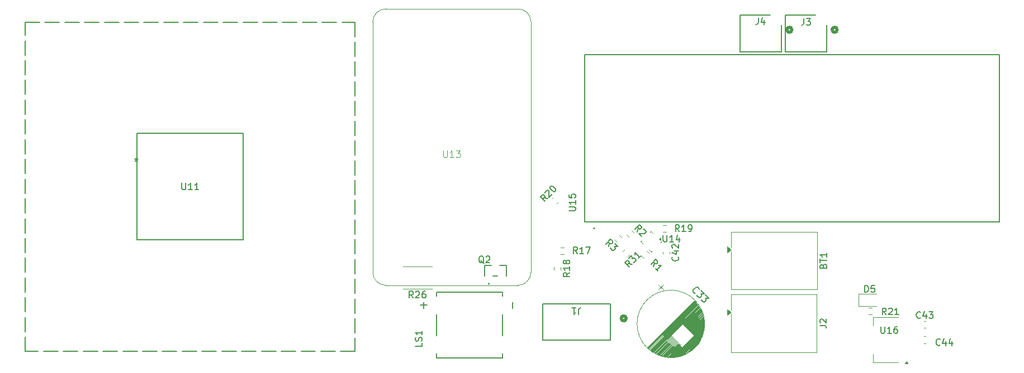
<source format=gto>
%TF.GenerationSoftware,KiCad,Pcbnew,9.0.5*%
%TF.CreationDate,2026-01-21T19:05:33-06:00*%
%TF.ProjectId,Elysium_2026_ACB,456c7973-6975-46d5-9f32-3032365f4143,rev?*%
%TF.SameCoordinates,Original*%
%TF.FileFunction,Legend,Top*%
%TF.FilePolarity,Positive*%
%FSLAX46Y46*%
G04 Gerber Fmt 4.6, Leading zero omitted, Abs format (unit mm)*
G04 Created by KiCad (PCBNEW 9.0.5) date 2026-01-21 19:05:33*
%MOMM*%
%LPD*%
G01*
G04 APERTURE LIST*
%ADD10C,0.200000*%
%ADD11C,0.150000*%
%ADD12C,0.100000*%
%ADD13C,0.127000*%
%ADD14C,0.152400*%
%ADD15C,0.120000*%
%ADD16C,0.050000*%
%ADD17C,0.508000*%
G04 APERTURE END LIST*
D10*
X61250000Y-52500000D02*
X63450000Y-52500000D01*
X64250000Y-52500000D02*
X66450000Y-52500000D01*
X67250000Y-52500000D02*
X69450000Y-52500000D01*
X70250000Y-52500000D02*
X72450000Y-52500000D01*
X73250000Y-52500000D02*
X75450000Y-52500000D01*
X76250000Y-52500000D02*
X78450000Y-52500000D01*
X79250000Y-52500000D02*
X81450000Y-52500000D01*
X82250000Y-52500000D02*
X84450000Y-52500000D01*
X85250000Y-52500000D02*
X87450000Y-52500000D01*
X88250000Y-52500000D02*
X90450000Y-52500000D01*
X91250000Y-52500000D02*
X93450000Y-52500000D01*
X94250000Y-52500000D02*
X96450000Y-52500000D01*
X97250000Y-52500000D02*
X99450000Y-52500000D01*
X100250000Y-52500000D02*
X102450000Y-52500000D01*
X103250000Y-52500000D02*
X105450000Y-52500000D01*
X106250000Y-52500000D02*
X108450000Y-52500000D01*
X109250000Y-52500000D02*
X111250000Y-52500000D01*
X111250000Y-52500000D02*
X111250000Y-54700000D01*
X111250000Y-55500000D02*
X111250000Y-57700000D01*
X111250000Y-58500000D02*
X111250000Y-60700000D01*
X111250000Y-61500000D02*
X111250000Y-63700000D01*
X111250000Y-64500000D02*
X111250000Y-66700000D01*
X111250000Y-67500000D02*
X111250000Y-69700000D01*
X111250000Y-70500000D02*
X111250000Y-72700000D01*
X111250000Y-73500000D02*
X111250000Y-75700000D01*
X111250000Y-76500000D02*
X111250000Y-78700000D01*
X111250000Y-79500000D02*
X111250000Y-81700000D01*
X111250000Y-82500000D02*
X111250000Y-84700000D01*
X111250000Y-85500000D02*
X111250000Y-87700000D01*
X111250000Y-88500000D02*
X111250000Y-90700000D01*
X111250000Y-91500000D02*
X111250000Y-93700000D01*
X111250000Y-94500000D02*
X111250000Y-96700000D01*
X111250000Y-97500000D02*
X111250000Y-99700000D01*
X111250000Y-100500000D02*
X111250000Y-102500000D01*
X111250000Y-102500000D02*
X109050000Y-102500000D01*
X108250000Y-102500000D02*
X106050000Y-102500000D01*
X105250000Y-102500000D02*
X103050000Y-102500000D01*
X102250000Y-102500000D02*
X100050000Y-102500000D01*
X99250000Y-102500000D02*
X97050000Y-102500000D01*
X96250000Y-102500000D02*
X94050000Y-102500000D01*
X93250000Y-102500000D02*
X91050000Y-102500000D01*
X90250000Y-102500000D02*
X88050000Y-102500000D01*
X87250000Y-102500000D02*
X85050000Y-102500000D01*
X84250000Y-102500000D02*
X82050000Y-102500000D01*
X81250000Y-102500000D02*
X79050000Y-102500000D01*
X78250000Y-102500000D02*
X76050000Y-102500000D01*
X75250000Y-102500000D02*
X73050000Y-102500000D01*
X72250000Y-102500000D02*
X70050000Y-102500000D01*
X69250000Y-102500000D02*
X67050000Y-102500000D01*
X66250000Y-102500000D02*
X64050000Y-102500000D01*
X63250000Y-102500000D02*
X61250000Y-102500000D01*
X61250000Y-102500000D02*
X61250000Y-100300000D01*
X61250000Y-99500000D02*
X61250000Y-97300000D01*
X61250000Y-96500000D02*
X61250000Y-94300000D01*
X61250000Y-93500000D02*
X61250000Y-91300000D01*
X61250000Y-90500000D02*
X61250000Y-88300000D01*
X61250000Y-87500000D02*
X61250000Y-85300000D01*
X61250000Y-84500000D02*
X61250000Y-82300000D01*
X61250000Y-81500000D02*
X61250000Y-79300000D01*
X61250000Y-78500000D02*
X61250000Y-76300000D01*
X61250000Y-75500000D02*
X61250000Y-73300000D01*
X61250000Y-72500000D02*
X61250000Y-70300000D01*
X61250000Y-69500000D02*
X61250000Y-67300000D01*
X61250000Y-66500000D02*
X61250000Y-64300000D01*
X61250000Y-63500000D02*
X61250000Y-61300000D01*
X61250000Y-60500000D02*
X61250000Y-58300000D01*
X61250000Y-57500000D02*
X61250000Y-55300000D01*
X61250000Y-54500000D02*
X61250000Y-52500000D01*
D11*
X121369819Y-101217857D02*
X121369819Y-101694047D01*
X121369819Y-101694047D02*
X120369819Y-101694047D01*
X121322200Y-100932142D02*
X121369819Y-100789285D01*
X121369819Y-100789285D02*
X121369819Y-100551190D01*
X121369819Y-100551190D02*
X121322200Y-100455952D01*
X121322200Y-100455952D02*
X121274580Y-100408333D01*
X121274580Y-100408333D02*
X121179342Y-100360714D01*
X121179342Y-100360714D02*
X121084104Y-100360714D01*
X121084104Y-100360714D02*
X120988866Y-100408333D01*
X120988866Y-100408333D02*
X120941247Y-100455952D01*
X120941247Y-100455952D02*
X120893628Y-100551190D01*
X120893628Y-100551190D02*
X120846009Y-100741666D01*
X120846009Y-100741666D02*
X120798390Y-100836904D01*
X120798390Y-100836904D02*
X120750771Y-100884523D01*
X120750771Y-100884523D02*
X120655533Y-100932142D01*
X120655533Y-100932142D02*
X120560295Y-100932142D01*
X120560295Y-100932142D02*
X120465057Y-100884523D01*
X120465057Y-100884523D02*
X120417438Y-100836904D01*
X120417438Y-100836904D02*
X120369819Y-100741666D01*
X120369819Y-100741666D02*
X120369819Y-100503571D01*
X120369819Y-100503571D02*
X120417438Y-100360714D01*
X121369819Y-99408333D02*
X121369819Y-99979761D01*
X121369819Y-99694047D02*
X120369819Y-99694047D01*
X120369819Y-99694047D02*
X120512676Y-99789285D01*
X120512676Y-99789285D02*
X120607914Y-99884523D01*
X120607914Y-99884523D02*
X120655533Y-99979761D01*
X85011905Y-76954819D02*
X85011905Y-77764342D01*
X85011905Y-77764342D02*
X85059524Y-77859580D01*
X85059524Y-77859580D02*
X85107143Y-77907200D01*
X85107143Y-77907200D02*
X85202381Y-77954819D01*
X85202381Y-77954819D02*
X85392857Y-77954819D01*
X85392857Y-77954819D02*
X85488095Y-77907200D01*
X85488095Y-77907200D02*
X85535714Y-77859580D01*
X85535714Y-77859580D02*
X85583333Y-77764342D01*
X85583333Y-77764342D02*
X85583333Y-76954819D01*
X86583333Y-77954819D02*
X86011905Y-77954819D01*
X86297619Y-77954819D02*
X86297619Y-76954819D01*
X86297619Y-76954819D02*
X86202381Y-77097676D01*
X86202381Y-77097676D02*
X86107143Y-77192914D01*
X86107143Y-77192914D02*
X86011905Y-77240533D01*
X87535714Y-77954819D02*
X86964286Y-77954819D01*
X87250000Y-77954819D02*
X87250000Y-76954819D01*
X87250000Y-76954819D02*
X87154762Y-77097676D01*
X87154762Y-77097676D02*
X87059524Y-77192914D01*
X87059524Y-77192914D02*
X86964286Y-77240533D01*
X78113299Y-73154819D02*
X78113299Y-73392914D01*
X77875204Y-73297676D02*
X78113299Y-73392914D01*
X78113299Y-73392914D02*
X78351394Y-73297676D01*
X77970442Y-73583390D02*
X78113299Y-73392914D01*
X78113299Y-73392914D02*
X78256156Y-73583390D01*
X78113299Y-73154819D02*
X78113299Y-73392914D01*
X77875204Y-73297676D02*
X78113299Y-73392914D01*
X78113299Y-73392914D02*
X78351394Y-73297676D01*
X77970442Y-73583390D02*
X78113299Y-73392914D01*
X78113299Y-73392914D02*
X78256156Y-73583390D01*
X120044642Y-94384819D02*
X119711309Y-93908628D01*
X119473214Y-94384819D02*
X119473214Y-93384819D01*
X119473214Y-93384819D02*
X119854166Y-93384819D01*
X119854166Y-93384819D02*
X119949404Y-93432438D01*
X119949404Y-93432438D02*
X119997023Y-93480057D01*
X119997023Y-93480057D02*
X120044642Y-93575295D01*
X120044642Y-93575295D02*
X120044642Y-93718152D01*
X120044642Y-93718152D02*
X119997023Y-93813390D01*
X119997023Y-93813390D02*
X119949404Y-93861009D01*
X119949404Y-93861009D02*
X119854166Y-93908628D01*
X119854166Y-93908628D02*
X119473214Y-93908628D01*
X120425595Y-93480057D02*
X120473214Y-93432438D01*
X120473214Y-93432438D02*
X120568452Y-93384819D01*
X120568452Y-93384819D02*
X120806547Y-93384819D01*
X120806547Y-93384819D02*
X120901785Y-93432438D01*
X120901785Y-93432438D02*
X120949404Y-93480057D01*
X120949404Y-93480057D02*
X120997023Y-93575295D01*
X120997023Y-93575295D02*
X120997023Y-93670533D01*
X120997023Y-93670533D02*
X120949404Y-93813390D01*
X120949404Y-93813390D02*
X120377976Y-94384819D01*
X120377976Y-94384819D02*
X120997023Y-94384819D01*
X121854166Y-93384819D02*
X121663690Y-93384819D01*
X121663690Y-93384819D02*
X121568452Y-93432438D01*
X121568452Y-93432438D02*
X121520833Y-93480057D01*
X121520833Y-93480057D02*
X121425595Y-93622914D01*
X121425595Y-93622914D02*
X121377976Y-93813390D01*
X121377976Y-93813390D02*
X121377976Y-94194342D01*
X121377976Y-94194342D02*
X121425595Y-94289580D01*
X121425595Y-94289580D02*
X121473214Y-94337200D01*
X121473214Y-94337200D02*
X121568452Y-94384819D01*
X121568452Y-94384819D02*
X121758928Y-94384819D01*
X121758928Y-94384819D02*
X121854166Y-94337200D01*
X121854166Y-94337200D02*
X121901785Y-94289580D01*
X121901785Y-94289580D02*
X121949404Y-94194342D01*
X121949404Y-94194342D02*
X121949404Y-93956247D01*
X121949404Y-93956247D02*
X121901785Y-93861009D01*
X121901785Y-93861009D02*
X121854166Y-93813390D01*
X121854166Y-93813390D02*
X121758928Y-93765771D01*
X121758928Y-93765771D02*
X121568452Y-93765771D01*
X121568452Y-93765771D02*
X121473214Y-93813390D01*
X121473214Y-93813390D02*
X121425595Y-93861009D01*
X121425595Y-93861009D02*
X121377976Y-93956247D01*
D12*
X124621905Y-72032419D02*
X124621905Y-72841942D01*
X124621905Y-72841942D02*
X124669524Y-72937180D01*
X124669524Y-72937180D02*
X124717143Y-72984800D01*
X124717143Y-72984800D02*
X124812381Y-73032419D01*
X124812381Y-73032419D02*
X125002857Y-73032419D01*
X125002857Y-73032419D02*
X125098095Y-72984800D01*
X125098095Y-72984800D02*
X125145714Y-72937180D01*
X125145714Y-72937180D02*
X125193333Y-72841942D01*
X125193333Y-72841942D02*
X125193333Y-72032419D01*
X126193333Y-73032419D02*
X125621905Y-73032419D01*
X125907619Y-73032419D02*
X125907619Y-72032419D01*
X125907619Y-72032419D02*
X125812381Y-72175276D01*
X125812381Y-72175276D02*
X125717143Y-72270514D01*
X125717143Y-72270514D02*
X125621905Y-72318133D01*
X126526667Y-72032419D02*
X127145714Y-72032419D01*
X127145714Y-72032419D02*
X126812381Y-72413371D01*
X126812381Y-72413371D02*
X126955238Y-72413371D01*
X126955238Y-72413371D02*
X127050476Y-72460990D01*
X127050476Y-72460990D02*
X127098095Y-72508609D01*
X127098095Y-72508609D02*
X127145714Y-72603847D01*
X127145714Y-72603847D02*
X127145714Y-72841942D01*
X127145714Y-72841942D02*
X127098095Y-72937180D01*
X127098095Y-72937180D02*
X127050476Y-72984800D01*
X127050476Y-72984800D02*
X126955238Y-73032419D01*
X126955238Y-73032419D02*
X126669524Y-73032419D01*
X126669524Y-73032419D02*
X126574286Y-72984800D01*
X126574286Y-72984800D02*
X126526667Y-72937180D01*
D11*
X140403881Y-79317003D02*
X139831462Y-79215988D01*
X139999820Y-79721064D02*
X139292714Y-79013957D01*
X139292714Y-79013957D02*
X139562088Y-78744583D01*
X139562088Y-78744583D02*
X139663103Y-78710911D01*
X139663103Y-78710911D02*
X139730446Y-78710911D01*
X139730446Y-78710911D02*
X139831462Y-78744583D01*
X139831462Y-78744583D02*
X139932477Y-78845598D01*
X139932477Y-78845598D02*
X139966149Y-78946614D01*
X139966149Y-78946614D02*
X139966149Y-79013957D01*
X139966149Y-79013957D02*
X139932477Y-79114972D01*
X139932477Y-79114972D02*
X139663103Y-79384346D01*
X140033492Y-78407866D02*
X140033492Y-78340522D01*
X140033492Y-78340522D02*
X140067164Y-78239507D01*
X140067164Y-78239507D02*
X140235523Y-78071148D01*
X140235523Y-78071148D02*
X140336538Y-78037476D01*
X140336538Y-78037476D02*
X140403881Y-78037476D01*
X140403881Y-78037476D02*
X140504897Y-78071148D01*
X140504897Y-78071148D02*
X140572240Y-78138492D01*
X140572240Y-78138492D02*
X140639584Y-78273179D01*
X140639584Y-78273179D02*
X140639584Y-79081301D01*
X140639584Y-79081301D02*
X141077316Y-78643568D01*
X140807943Y-77498728D02*
X140875286Y-77431385D01*
X140875286Y-77431385D02*
X140976301Y-77397713D01*
X140976301Y-77397713D02*
X141043645Y-77397713D01*
X141043645Y-77397713D02*
X141144660Y-77431385D01*
X141144660Y-77431385D02*
X141313019Y-77532400D01*
X141313019Y-77532400D02*
X141481378Y-77700759D01*
X141481378Y-77700759D02*
X141582393Y-77869117D01*
X141582393Y-77869117D02*
X141616065Y-77970133D01*
X141616065Y-77970133D02*
X141616065Y-78037476D01*
X141616065Y-78037476D02*
X141582393Y-78138491D01*
X141582393Y-78138491D02*
X141515049Y-78205835D01*
X141515049Y-78205835D02*
X141414034Y-78239507D01*
X141414034Y-78239507D02*
X141346691Y-78239507D01*
X141346691Y-78239507D02*
X141245675Y-78205835D01*
X141245675Y-78205835D02*
X141077317Y-78104820D01*
X141077317Y-78104820D02*
X140908958Y-77936461D01*
X140908958Y-77936461D02*
X140807943Y-77768102D01*
X140807943Y-77768102D02*
X140774271Y-77667087D01*
X140774271Y-77667087D02*
X140774271Y-77599743D01*
X140774271Y-77599743D02*
X140807943Y-77498728D01*
X162785586Y-93701589D02*
X162718242Y-93701589D01*
X162718242Y-93701589D02*
X162583555Y-93634245D01*
X162583555Y-93634245D02*
X162516212Y-93566902D01*
X162516212Y-93566902D02*
X162448868Y-93432215D01*
X162448868Y-93432215D02*
X162448868Y-93297528D01*
X162448868Y-93297528D02*
X162482540Y-93196513D01*
X162482540Y-93196513D02*
X162583555Y-93028154D01*
X162583555Y-93028154D02*
X162684570Y-92927139D01*
X162684570Y-92927139D02*
X162852929Y-92826123D01*
X162852929Y-92826123D02*
X162953944Y-92792452D01*
X162953944Y-92792452D02*
X163088631Y-92792452D01*
X163088631Y-92792452D02*
X163223318Y-92859795D01*
X163223318Y-92859795D02*
X163290662Y-92927139D01*
X163290662Y-92927139D02*
X163358005Y-93061826D01*
X163358005Y-93061826D02*
X163358005Y-93129169D01*
X163661051Y-93297528D02*
X164098784Y-93735261D01*
X164098784Y-93735261D02*
X163593708Y-93768932D01*
X163593708Y-93768932D02*
X163694723Y-93869948D01*
X163694723Y-93869948D02*
X163728395Y-93970963D01*
X163728395Y-93970963D02*
X163728395Y-94038306D01*
X163728395Y-94038306D02*
X163694723Y-94139322D01*
X163694723Y-94139322D02*
X163526364Y-94307680D01*
X163526364Y-94307680D02*
X163425349Y-94341352D01*
X163425349Y-94341352D02*
X163358005Y-94341352D01*
X163358005Y-94341352D02*
X163256990Y-94307680D01*
X163256990Y-94307680D02*
X163054960Y-94105650D01*
X163054960Y-94105650D02*
X163021288Y-94004635D01*
X163021288Y-94004635D02*
X163021288Y-93937291D01*
X164334486Y-93970963D02*
X164772219Y-94408696D01*
X164772219Y-94408696D02*
X164267143Y-94442368D01*
X164267143Y-94442368D02*
X164368158Y-94543383D01*
X164368158Y-94543383D02*
X164401830Y-94644398D01*
X164401830Y-94644398D02*
X164401830Y-94711742D01*
X164401830Y-94711742D02*
X164368158Y-94812757D01*
X164368158Y-94812757D02*
X164199799Y-94981116D01*
X164199799Y-94981116D02*
X164098784Y-95014787D01*
X164098784Y-95014787D02*
X164031441Y-95014787D01*
X164031441Y-95014787D02*
X163930425Y-94981116D01*
X163930425Y-94981116D02*
X163728395Y-94779085D01*
X163728395Y-94779085D02*
X163694723Y-94678070D01*
X163694723Y-94678070D02*
X163694723Y-94610726D01*
X188449406Y-93509782D02*
X188449406Y-92509782D01*
X188449406Y-92509782D02*
X188687501Y-92509782D01*
X188687501Y-92509782D02*
X188830358Y-92557401D01*
X188830358Y-92557401D02*
X188925596Y-92652639D01*
X188925596Y-92652639D02*
X188973215Y-92747877D01*
X188973215Y-92747877D02*
X189020834Y-92938353D01*
X189020834Y-92938353D02*
X189020834Y-93081210D01*
X189020834Y-93081210D02*
X188973215Y-93271686D01*
X188973215Y-93271686D02*
X188925596Y-93366924D01*
X188925596Y-93366924D02*
X188830358Y-93462163D01*
X188830358Y-93462163D02*
X188687501Y-93509782D01*
X188687501Y-93509782D02*
X188449406Y-93509782D01*
X189925596Y-92509782D02*
X189449406Y-92509782D01*
X189449406Y-92509782D02*
X189401787Y-92985972D01*
X189401787Y-92985972D02*
X189449406Y-92938353D01*
X189449406Y-92938353D02*
X189544644Y-92890734D01*
X189544644Y-92890734D02*
X189782739Y-92890734D01*
X189782739Y-92890734D02*
X189877977Y-92938353D01*
X189877977Y-92938353D02*
X189925596Y-92985972D01*
X189925596Y-92985972D02*
X189973215Y-93081210D01*
X189973215Y-93081210D02*
X189973215Y-93319305D01*
X189973215Y-93319305D02*
X189925596Y-93414543D01*
X189925596Y-93414543D02*
X189877977Y-93462163D01*
X189877977Y-93462163D02*
X189782739Y-93509782D01*
X189782739Y-93509782D02*
X189544644Y-93509782D01*
X189544644Y-93509782D02*
X189449406Y-93462163D01*
X189449406Y-93462163D02*
X189401787Y-93414543D01*
X154010543Y-84353754D02*
X154111558Y-83781335D01*
X153606482Y-83949693D02*
X154313589Y-83242587D01*
X154313589Y-83242587D02*
X154582963Y-83511961D01*
X154582963Y-83511961D02*
X154616635Y-83612976D01*
X154616635Y-83612976D02*
X154616635Y-83680319D01*
X154616635Y-83680319D02*
X154582963Y-83781335D01*
X154582963Y-83781335D02*
X154481948Y-83882350D01*
X154481948Y-83882350D02*
X154380932Y-83916022D01*
X154380932Y-83916022D02*
X154313589Y-83916022D01*
X154313589Y-83916022D02*
X154212574Y-83882350D01*
X154212574Y-83882350D02*
X153943200Y-83612976D01*
X154919680Y-83983365D02*
X154987024Y-83983365D01*
X154987024Y-83983365D02*
X155088039Y-84017037D01*
X155088039Y-84017037D02*
X155256398Y-84185396D01*
X155256398Y-84185396D02*
X155290070Y-84286411D01*
X155290070Y-84286411D02*
X155290070Y-84353754D01*
X155290070Y-84353754D02*
X155256398Y-84454770D01*
X155256398Y-84454770D02*
X155189054Y-84522113D01*
X155189054Y-84522113D02*
X155054367Y-84589457D01*
X155054367Y-84589457D02*
X154246245Y-84589457D01*
X154246245Y-84589457D02*
X154683978Y-85027189D01*
X156460543Y-89653754D02*
X156561558Y-89081335D01*
X156056482Y-89249693D02*
X156763589Y-88542587D01*
X156763589Y-88542587D02*
X157032963Y-88811961D01*
X157032963Y-88811961D02*
X157066635Y-88912976D01*
X157066635Y-88912976D02*
X157066635Y-88980319D01*
X157066635Y-88980319D02*
X157032963Y-89081335D01*
X157032963Y-89081335D02*
X156931948Y-89182350D01*
X156931948Y-89182350D02*
X156830932Y-89216022D01*
X156830932Y-89216022D02*
X156763589Y-89216022D01*
X156763589Y-89216022D02*
X156662574Y-89182350D01*
X156662574Y-89182350D02*
X156393200Y-88912976D01*
X157133978Y-90327189D02*
X156729917Y-89923128D01*
X156931948Y-90125159D02*
X157639054Y-89418052D01*
X157639054Y-89418052D02*
X157470696Y-89451724D01*
X157470696Y-89451724D02*
X157336009Y-89451724D01*
X157336009Y-89451724D02*
X157234993Y-89418052D01*
X199857142Y-101509580D02*
X199809523Y-101557200D01*
X199809523Y-101557200D02*
X199666666Y-101604819D01*
X199666666Y-101604819D02*
X199571428Y-101604819D01*
X199571428Y-101604819D02*
X199428571Y-101557200D01*
X199428571Y-101557200D02*
X199333333Y-101461961D01*
X199333333Y-101461961D02*
X199285714Y-101366723D01*
X199285714Y-101366723D02*
X199238095Y-101176247D01*
X199238095Y-101176247D02*
X199238095Y-101033390D01*
X199238095Y-101033390D02*
X199285714Y-100842914D01*
X199285714Y-100842914D02*
X199333333Y-100747676D01*
X199333333Y-100747676D02*
X199428571Y-100652438D01*
X199428571Y-100652438D02*
X199571428Y-100604819D01*
X199571428Y-100604819D02*
X199666666Y-100604819D01*
X199666666Y-100604819D02*
X199809523Y-100652438D01*
X199809523Y-100652438D02*
X199857142Y-100700057D01*
X200714285Y-100938152D02*
X200714285Y-101604819D01*
X200476190Y-100557200D02*
X200238095Y-101271485D01*
X200238095Y-101271485D02*
X200857142Y-101271485D01*
X201666666Y-100938152D02*
X201666666Y-101604819D01*
X201428571Y-100557200D02*
X201190476Y-101271485D01*
X201190476Y-101271485D02*
X201809523Y-101271485D01*
X190911905Y-98754819D02*
X190911905Y-99564342D01*
X190911905Y-99564342D02*
X190959524Y-99659580D01*
X190959524Y-99659580D02*
X191007143Y-99707200D01*
X191007143Y-99707200D02*
X191102381Y-99754819D01*
X191102381Y-99754819D02*
X191292857Y-99754819D01*
X191292857Y-99754819D02*
X191388095Y-99707200D01*
X191388095Y-99707200D02*
X191435714Y-99659580D01*
X191435714Y-99659580D02*
X191483333Y-99564342D01*
X191483333Y-99564342D02*
X191483333Y-98754819D01*
X192483333Y-99754819D02*
X191911905Y-99754819D01*
X192197619Y-99754819D02*
X192197619Y-98754819D01*
X192197619Y-98754819D02*
X192102381Y-98897676D01*
X192102381Y-98897676D02*
X192007143Y-98992914D01*
X192007143Y-98992914D02*
X191911905Y-99040533D01*
X193340476Y-98754819D02*
X193150000Y-98754819D01*
X193150000Y-98754819D02*
X193054762Y-98802438D01*
X193054762Y-98802438D02*
X193007143Y-98850057D01*
X193007143Y-98850057D02*
X192911905Y-98992914D01*
X192911905Y-98992914D02*
X192864286Y-99183390D01*
X192864286Y-99183390D02*
X192864286Y-99564342D01*
X192864286Y-99564342D02*
X192911905Y-99659580D01*
X192911905Y-99659580D02*
X192959524Y-99707200D01*
X192959524Y-99707200D02*
X193054762Y-99754819D01*
X193054762Y-99754819D02*
X193245238Y-99754819D01*
X193245238Y-99754819D02*
X193340476Y-99707200D01*
X193340476Y-99707200D02*
X193388095Y-99659580D01*
X193388095Y-99659580D02*
X193435714Y-99564342D01*
X193435714Y-99564342D02*
X193435714Y-99326247D01*
X193435714Y-99326247D02*
X193388095Y-99231009D01*
X193388095Y-99231009D02*
X193340476Y-99183390D01*
X193340476Y-99183390D02*
X193245238Y-99135771D01*
X193245238Y-99135771D02*
X193054762Y-99135771D01*
X193054762Y-99135771D02*
X192959524Y-99183390D01*
X192959524Y-99183390D02*
X192911905Y-99231009D01*
X192911905Y-99231009D02*
X192864286Y-99326247D01*
X160159580Y-88142857D02*
X160207200Y-88190476D01*
X160207200Y-88190476D02*
X160254819Y-88333333D01*
X160254819Y-88333333D02*
X160254819Y-88428571D01*
X160254819Y-88428571D02*
X160207200Y-88571428D01*
X160207200Y-88571428D02*
X160111961Y-88666666D01*
X160111961Y-88666666D02*
X160016723Y-88714285D01*
X160016723Y-88714285D02*
X159826247Y-88761904D01*
X159826247Y-88761904D02*
X159683390Y-88761904D01*
X159683390Y-88761904D02*
X159492914Y-88714285D01*
X159492914Y-88714285D02*
X159397676Y-88666666D01*
X159397676Y-88666666D02*
X159302438Y-88571428D01*
X159302438Y-88571428D02*
X159254819Y-88428571D01*
X159254819Y-88428571D02*
X159254819Y-88333333D01*
X159254819Y-88333333D02*
X159302438Y-88190476D01*
X159302438Y-88190476D02*
X159350057Y-88142857D01*
X159588152Y-87285714D02*
X160254819Y-87285714D01*
X159207200Y-87523809D02*
X159921485Y-87761904D01*
X159921485Y-87761904D02*
X159921485Y-87142857D01*
X159350057Y-86809523D02*
X159302438Y-86761904D01*
X159302438Y-86761904D02*
X159254819Y-86666666D01*
X159254819Y-86666666D02*
X159254819Y-86428571D01*
X159254819Y-86428571D02*
X159302438Y-86333333D01*
X159302438Y-86333333D02*
X159350057Y-86285714D01*
X159350057Y-86285714D02*
X159445295Y-86238095D01*
X159445295Y-86238095D02*
X159540533Y-86238095D01*
X159540533Y-86238095D02*
X159683390Y-86285714D01*
X159683390Y-86285714D02*
X160254819Y-86857142D01*
X160254819Y-86857142D02*
X160254819Y-86238095D01*
X144907142Y-87654819D02*
X144573809Y-87178628D01*
X144335714Y-87654819D02*
X144335714Y-86654819D01*
X144335714Y-86654819D02*
X144716666Y-86654819D01*
X144716666Y-86654819D02*
X144811904Y-86702438D01*
X144811904Y-86702438D02*
X144859523Y-86750057D01*
X144859523Y-86750057D02*
X144907142Y-86845295D01*
X144907142Y-86845295D02*
X144907142Y-86988152D01*
X144907142Y-86988152D02*
X144859523Y-87083390D01*
X144859523Y-87083390D02*
X144811904Y-87131009D01*
X144811904Y-87131009D02*
X144716666Y-87178628D01*
X144716666Y-87178628D02*
X144335714Y-87178628D01*
X145859523Y-87654819D02*
X145288095Y-87654819D01*
X145573809Y-87654819D02*
X145573809Y-86654819D01*
X145573809Y-86654819D02*
X145478571Y-86797676D01*
X145478571Y-86797676D02*
X145383333Y-86892914D01*
X145383333Y-86892914D02*
X145288095Y-86940533D01*
X146192857Y-86654819D02*
X146859523Y-86654819D01*
X146859523Y-86654819D02*
X146430952Y-87654819D01*
X181632320Y-98583333D02*
X182346605Y-98583333D01*
X182346605Y-98583333D02*
X182489462Y-98630952D01*
X182489462Y-98630952D02*
X182584701Y-98726190D01*
X182584701Y-98726190D02*
X182632320Y-98869047D01*
X182632320Y-98869047D02*
X182632320Y-98964285D01*
X181727558Y-98154761D02*
X181679939Y-98107142D01*
X181679939Y-98107142D02*
X181632320Y-98011904D01*
X181632320Y-98011904D02*
X181632320Y-97773809D01*
X181632320Y-97773809D02*
X181679939Y-97678571D01*
X181679939Y-97678571D02*
X181727558Y-97630952D01*
X181727558Y-97630952D02*
X181822796Y-97583333D01*
X181822796Y-97583333D02*
X181918034Y-97583333D01*
X181918034Y-97583333D02*
X182060891Y-97630952D01*
X182060891Y-97630952D02*
X182632320Y-98202380D01*
X182632320Y-98202380D02*
X182632320Y-97583333D01*
X196882141Y-97384539D02*
X196834522Y-97432159D01*
X196834522Y-97432159D02*
X196691665Y-97479778D01*
X196691665Y-97479778D02*
X196596427Y-97479778D01*
X196596427Y-97479778D02*
X196453570Y-97432159D01*
X196453570Y-97432159D02*
X196358332Y-97336920D01*
X196358332Y-97336920D02*
X196310713Y-97241682D01*
X196310713Y-97241682D02*
X196263094Y-97051206D01*
X196263094Y-97051206D02*
X196263094Y-96908349D01*
X196263094Y-96908349D02*
X196310713Y-96717873D01*
X196310713Y-96717873D02*
X196358332Y-96622635D01*
X196358332Y-96622635D02*
X196453570Y-96527397D01*
X196453570Y-96527397D02*
X196596427Y-96479778D01*
X196596427Y-96479778D02*
X196691665Y-96479778D01*
X196691665Y-96479778D02*
X196834522Y-96527397D01*
X196834522Y-96527397D02*
X196882141Y-96575016D01*
X197739284Y-96813111D02*
X197739284Y-97479778D01*
X197501189Y-96432159D02*
X197263094Y-97146444D01*
X197263094Y-97146444D02*
X197882141Y-97146444D01*
X198167856Y-96479778D02*
X198786903Y-96479778D01*
X198786903Y-96479778D02*
X198453570Y-96860730D01*
X198453570Y-96860730D02*
X198596427Y-96860730D01*
X198596427Y-96860730D02*
X198691665Y-96908349D01*
X198691665Y-96908349D02*
X198739284Y-96955968D01*
X198739284Y-96955968D02*
X198786903Y-97051206D01*
X198786903Y-97051206D02*
X198786903Y-97289301D01*
X198786903Y-97289301D02*
X198739284Y-97384539D01*
X198739284Y-97384539D02*
X198691665Y-97432159D01*
X198691665Y-97432159D02*
X198596427Y-97479778D01*
X198596427Y-97479778D02*
X198310713Y-97479778D01*
X198310713Y-97479778D02*
X198215475Y-97432159D01*
X198215475Y-97432159D02*
X198167856Y-97384539D01*
X130754761Y-89150057D02*
X130659523Y-89102438D01*
X130659523Y-89102438D02*
X130564285Y-89007200D01*
X130564285Y-89007200D02*
X130421428Y-88864342D01*
X130421428Y-88864342D02*
X130326190Y-88816723D01*
X130326190Y-88816723D02*
X130230952Y-88816723D01*
X130278571Y-89054819D02*
X130183333Y-89007200D01*
X130183333Y-89007200D02*
X130088095Y-88911961D01*
X130088095Y-88911961D02*
X130040476Y-88721485D01*
X130040476Y-88721485D02*
X130040476Y-88388152D01*
X130040476Y-88388152D02*
X130088095Y-88197676D01*
X130088095Y-88197676D02*
X130183333Y-88102438D01*
X130183333Y-88102438D02*
X130278571Y-88054819D01*
X130278571Y-88054819D02*
X130469047Y-88054819D01*
X130469047Y-88054819D02*
X130564285Y-88102438D01*
X130564285Y-88102438D02*
X130659523Y-88197676D01*
X130659523Y-88197676D02*
X130707142Y-88388152D01*
X130707142Y-88388152D02*
X130707142Y-88721485D01*
X130707142Y-88721485D02*
X130659523Y-88911961D01*
X130659523Y-88911961D02*
X130564285Y-89007200D01*
X130564285Y-89007200D02*
X130469047Y-89054819D01*
X130469047Y-89054819D02*
X130278571Y-89054819D01*
X131088095Y-88150057D02*
X131135714Y-88102438D01*
X131135714Y-88102438D02*
X131230952Y-88054819D01*
X131230952Y-88054819D02*
X131469047Y-88054819D01*
X131469047Y-88054819D02*
X131564285Y-88102438D01*
X131564285Y-88102438D02*
X131611904Y-88150057D01*
X131611904Y-88150057D02*
X131659523Y-88245295D01*
X131659523Y-88245295D02*
X131659523Y-88340533D01*
X131659523Y-88340533D02*
X131611904Y-88483390D01*
X131611904Y-88483390D02*
X131040476Y-89054819D01*
X131040476Y-89054819D02*
X131659523Y-89054819D01*
X160357142Y-84304819D02*
X160023809Y-83828628D01*
X159785714Y-84304819D02*
X159785714Y-83304819D01*
X159785714Y-83304819D02*
X160166666Y-83304819D01*
X160166666Y-83304819D02*
X160261904Y-83352438D01*
X160261904Y-83352438D02*
X160309523Y-83400057D01*
X160309523Y-83400057D02*
X160357142Y-83495295D01*
X160357142Y-83495295D02*
X160357142Y-83638152D01*
X160357142Y-83638152D02*
X160309523Y-83733390D01*
X160309523Y-83733390D02*
X160261904Y-83781009D01*
X160261904Y-83781009D02*
X160166666Y-83828628D01*
X160166666Y-83828628D02*
X159785714Y-83828628D01*
X161309523Y-84304819D02*
X160738095Y-84304819D01*
X161023809Y-84304819D02*
X161023809Y-83304819D01*
X161023809Y-83304819D02*
X160928571Y-83447676D01*
X160928571Y-83447676D02*
X160833333Y-83542914D01*
X160833333Y-83542914D02*
X160738095Y-83590533D01*
X161785714Y-84304819D02*
X161976190Y-84304819D01*
X161976190Y-84304819D02*
X162071428Y-84257200D01*
X162071428Y-84257200D02*
X162119047Y-84209580D01*
X162119047Y-84209580D02*
X162214285Y-84066723D01*
X162214285Y-84066723D02*
X162261904Y-83876247D01*
X162261904Y-83876247D02*
X162261904Y-83495295D01*
X162261904Y-83495295D02*
X162214285Y-83400057D01*
X162214285Y-83400057D02*
X162166666Y-83352438D01*
X162166666Y-83352438D02*
X162071428Y-83304819D01*
X162071428Y-83304819D02*
X161880952Y-83304819D01*
X161880952Y-83304819D02*
X161785714Y-83352438D01*
X161785714Y-83352438D02*
X161738095Y-83400057D01*
X161738095Y-83400057D02*
X161690476Y-83495295D01*
X161690476Y-83495295D02*
X161690476Y-83733390D01*
X161690476Y-83733390D02*
X161738095Y-83828628D01*
X161738095Y-83828628D02*
X161785714Y-83876247D01*
X161785714Y-83876247D02*
X161880952Y-83923866D01*
X161880952Y-83923866D02*
X162071428Y-83923866D01*
X162071428Y-83923866D02*
X162166666Y-83876247D01*
X162166666Y-83876247D02*
X162214285Y-83828628D01*
X162214285Y-83828628D02*
X162261904Y-83733390D01*
X182151010Y-89525714D02*
X182198629Y-89382857D01*
X182198629Y-89382857D02*
X182246248Y-89335238D01*
X182246248Y-89335238D02*
X182341486Y-89287619D01*
X182341486Y-89287619D02*
X182484343Y-89287619D01*
X182484343Y-89287619D02*
X182579581Y-89335238D01*
X182579581Y-89335238D02*
X182627201Y-89382857D01*
X182627201Y-89382857D02*
X182674820Y-89478095D01*
X182674820Y-89478095D02*
X182674820Y-89859047D01*
X182674820Y-89859047D02*
X181674820Y-89859047D01*
X181674820Y-89859047D02*
X181674820Y-89525714D01*
X181674820Y-89525714D02*
X181722439Y-89430476D01*
X181722439Y-89430476D02*
X181770058Y-89382857D01*
X181770058Y-89382857D02*
X181865296Y-89335238D01*
X181865296Y-89335238D02*
X181960534Y-89335238D01*
X181960534Y-89335238D02*
X182055772Y-89382857D01*
X182055772Y-89382857D02*
X182103391Y-89430476D01*
X182103391Y-89430476D02*
X182151010Y-89525714D01*
X182151010Y-89525714D02*
X182151010Y-89859047D01*
X181674820Y-89001904D02*
X181674820Y-88430476D01*
X182674820Y-88716190D02*
X181674820Y-88716190D01*
X182674820Y-87573333D02*
X182674820Y-88144761D01*
X182674820Y-87859047D02*
X181674820Y-87859047D01*
X181674820Y-87859047D02*
X181817677Y-87954285D01*
X181817677Y-87954285D02*
X181912915Y-88049523D01*
X181912915Y-88049523D02*
X181960534Y-88144761D01*
X143629819Y-81143094D02*
X144439342Y-81143094D01*
X144439342Y-81143094D02*
X144534580Y-81095475D01*
X144534580Y-81095475D02*
X144582200Y-81047856D01*
X144582200Y-81047856D02*
X144629819Y-80952618D01*
X144629819Y-80952618D02*
X144629819Y-80762142D01*
X144629819Y-80762142D02*
X144582200Y-80666904D01*
X144582200Y-80666904D02*
X144534580Y-80619285D01*
X144534580Y-80619285D02*
X144439342Y-80571666D01*
X144439342Y-80571666D02*
X143629819Y-80571666D01*
X144629819Y-79571666D02*
X144629819Y-80143094D01*
X144629819Y-79857380D02*
X143629819Y-79857380D01*
X143629819Y-79857380D02*
X143772676Y-79952618D01*
X143772676Y-79952618D02*
X143867914Y-80047856D01*
X143867914Y-80047856D02*
X143915533Y-80143094D01*
X143629819Y-78666904D02*
X143629819Y-79143094D01*
X143629819Y-79143094D02*
X144106009Y-79190713D01*
X144106009Y-79190713D02*
X144058390Y-79143094D01*
X144058390Y-79143094D02*
X144010771Y-79047856D01*
X144010771Y-79047856D02*
X144010771Y-78809761D01*
X144010771Y-78809761D02*
X144058390Y-78714523D01*
X144058390Y-78714523D02*
X144106009Y-78666904D01*
X144106009Y-78666904D02*
X144201247Y-78619285D01*
X144201247Y-78619285D02*
X144439342Y-78619285D01*
X144439342Y-78619285D02*
X144534580Y-78666904D01*
X144534580Y-78666904D02*
X144582200Y-78714523D01*
X144582200Y-78714523D02*
X144629819Y-78809761D01*
X144629819Y-78809761D02*
X144629819Y-79047856D01*
X144629819Y-79047856D02*
X144582200Y-79143094D01*
X144582200Y-79143094D02*
X144534580Y-79190713D01*
X179216666Y-51954819D02*
X179216666Y-52669104D01*
X179216666Y-52669104D02*
X179169047Y-52811961D01*
X179169047Y-52811961D02*
X179073809Y-52907200D01*
X179073809Y-52907200D02*
X178930952Y-52954819D01*
X178930952Y-52954819D02*
X178835714Y-52954819D01*
X179597619Y-51954819D02*
X180216666Y-51954819D01*
X180216666Y-51954819D02*
X179883333Y-52335771D01*
X179883333Y-52335771D02*
X180026190Y-52335771D01*
X180026190Y-52335771D02*
X180121428Y-52383390D01*
X180121428Y-52383390D02*
X180169047Y-52431009D01*
X180169047Y-52431009D02*
X180216666Y-52526247D01*
X180216666Y-52526247D02*
X180216666Y-52764342D01*
X180216666Y-52764342D02*
X180169047Y-52859580D01*
X180169047Y-52859580D02*
X180121428Y-52907200D01*
X180121428Y-52907200D02*
X180026190Y-52954819D01*
X180026190Y-52954819D02*
X179740476Y-52954819D01*
X179740476Y-52954819D02*
X179645238Y-52907200D01*
X179645238Y-52907200D02*
X179597619Y-52859580D01*
X191682140Y-96929817D02*
X191348807Y-96453626D01*
X191110712Y-96929817D02*
X191110712Y-95929817D01*
X191110712Y-95929817D02*
X191491664Y-95929817D01*
X191491664Y-95929817D02*
X191586902Y-95977436D01*
X191586902Y-95977436D02*
X191634521Y-96025055D01*
X191634521Y-96025055D02*
X191682140Y-96120293D01*
X191682140Y-96120293D02*
X191682140Y-96263150D01*
X191682140Y-96263150D02*
X191634521Y-96358388D01*
X191634521Y-96358388D02*
X191586902Y-96406007D01*
X191586902Y-96406007D02*
X191491664Y-96453626D01*
X191491664Y-96453626D02*
X191110712Y-96453626D01*
X192063093Y-96025055D02*
X192110712Y-95977436D01*
X192110712Y-95977436D02*
X192205950Y-95929817D01*
X192205950Y-95929817D02*
X192444045Y-95929817D01*
X192444045Y-95929817D02*
X192539283Y-95977436D01*
X192539283Y-95977436D02*
X192586902Y-96025055D01*
X192586902Y-96025055D02*
X192634521Y-96120293D01*
X192634521Y-96120293D02*
X192634521Y-96215531D01*
X192634521Y-96215531D02*
X192586902Y-96358388D01*
X192586902Y-96358388D02*
X192015474Y-96929817D01*
X192015474Y-96929817D02*
X192634521Y-96929817D01*
X193586902Y-96929817D02*
X193015474Y-96929817D01*
X193301188Y-96929817D02*
X193301188Y-95929817D01*
X193301188Y-95929817D02*
X193205950Y-96072674D01*
X193205950Y-96072674D02*
X193110712Y-96167912D01*
X193110712Y-96167912D02*
X193015474Y-96215531D01*
X149641017Y-86606554D02*
X149742032Y-86034135D01*
X149236956Y-86202493D02*
X149944063Y-85495387D01*
X149944063Y-85495387D02*
X150213437Y-85764761D01*
X150213437Y-85764761D02*
X150247109Y-85865776D01*
X150247109Y-85865776D02*
X150247109Y-85933119D01*
X150247109Y-85933119D02*
X150213437Y-86034135D01*
X150213437Y-86034135D02*
X150112422Y-86135150D01*
X150112422Y-86135150D02*
X150011406Y-86168822D01*
X150011406Y-86168822D02*
X149944063Y-86168822D01*
X149944063Y-86168822D02*
X149843048Y-86135150D01*
X149843048Y-86135150D02*
X149573674Y-85865776D01*
X150583826Y-86135150D02*
X151021559Y-86572883D01*
X151021559Y-86572883D02*
X150516483Y-86606554D01*
X150516483Y-86606554D02*
X150617498Y-86707570D01*
X150617498Y-86707570D02*
X150651170Y-86808585D01*
X150651170Y-86808585D02*
X150651170Y-86875928D01*
X150651170Y-86875928D02*
X150617498Y-86976944D01*
X150617498Y-86976944D02*
X150449139Y-87145302D01*
X150449139Y-87145302D02*
X150348124Y-87178974D01*
X150348124Y-87178974D02*
X150280780Y-87178974D01*
X150280780Y-87178974D02*
X150179765Y-87145302D01*
X150179765Y-87145302D02*
X149977735Y-86943272D01*
X149977735Y-86943272D02*
X149944063Y-86842257D01*
X149944063Y-86842257D02*
X149944063Y-86774913D01*
X145083333Y-96895180D02*
X145083333Y-96180895D01*
X145083333Y-96180895D02*
X145130952Y-96038038D01*
X145130952Y-96038038D02*
X145226190Y-95942800D01*
X145226190Y-95942800D02*
X145369047Y-95895180D01*
X145369047Y-95895180D02*
X145464285Y-95895180D01*
X144083333Y-95895180D02*
X144654761Y-95895180D01*
X144369047Y-95895180D02*
X144369047Y-96895180D01*
X144369047Y-96895180D02*
X144464285Y-96752323D01*
X144464285Y-96752323D02*
X144559523Y-96657085D01*
X144559523Y-96657085D02*
X144654761Y-96609466D01*
X172316666Y-51854819D02*
X172316666Y-52569104D01*
X172316666Y-52569104D02*
X172269047Y-52711961D01*
X172269047Y-52711961D02*
X172173809Y-52807200D01*
X172173809Y-52807200D02*
X172030952Y-52854819D01*
X172030952Y-52854819D02*
X171935714Y-52854819D01*
X173221428Y-52188152D02*
X173221428Y-52854819D01*
X172983333Y-51807200D02*
X172745238Y-52521485D01*
X172745238Y-52521485D02*
X173364285Y-52521485D01*
X153194836Y-89320700D02*
X152622417Y-89219685D01*
X152790775Y-89724761D02*
X152083669Y-89017654D01*
X152083669Y-89017654D02*
X152353043Y-88748280D01*
X152353043Y-88748280D02*
X152454058Y-88714608D01*
X152454058Y-88714608D02*
X152521401Y-88714608D01*
X152521401Y-88714608D02*
X152622417Y-88748280D01*
X152622417Y-88748280D02*
X152723432Y-88849295D01*
X152723432Y-88849295D02*
X152757104Y-88950311D01*
X152757104Y-88950311D02*
X152757104Y-89017654D01*
X152757104Y-89017654D02*
X152723432Y-89118669D01*
X152723432Y-89118669D02*
X152454058Y-89388043D01*
X152723432Y-88377891D02*
X153161165Y-87940158D01*
X153161165Y-87940158D02*
X153194836Y-88445234D01*
X153194836Y-88445234D02*
X153295852Y-88344219D01*
X153295852Y-88344219D02*
X153396867Y-88310547D01*
X153396867Y-88310547D02*
X153464210Y-88310547D01*
X153464210Y-88310547D02*
X153565226Y-88344219D01*
X153565226Y-88344219D02*
X153733584Y-88512578D01*
X153733584Y-88512578D02*
X153767256Y-88613593D01*
X153767256Y-88613593D02*
X153767256Y-88680937D01*
X153767256Y-88680937D02*
X153733584Y-88781952D01*
X153733584Y-88781952D02*
X153531554Y-88983982D01*
X153531554Y-88983982D02*
X153430539Y-89017654D01*
X153430539Y-89017654D02*
X153363195Y-89017654D01*
X154541707Y-87973830D02*
X154137646Y-88377891D01*
X154339676Y-88175860D02*
X153632569Y-87468753D01*
X153632569Y-87468753D02*
X153666241Y-87637112D01*
X153666241Y-87637112D02*
X153666241Y-87771799D01*
X153666241Y-87771799D02*
X153632569Y-87872814D01*
X143759821Y-90572357D02*
X143283630Y-90905690D01*
X143759821Y-91143785D02*
X142759821Y-91143785D01*
X142759821Y-91143785D02*
X142759821Y-90762833D01*
X142759821Y-90762833D02*
X142807440Y-90667595D01*
X142807440Y-90667595D02*
X142855059Y-90619976D01*
X142855059Y-90619976D02*
X142950297Y-90572357D01*
X142950297Y-90572357D02*
X143093154Y-90572357D01*
X143093154Y-90572357D02*
X143188392Y-90619976D01*
X143188392Y-90619976D02*
X143236011Y-90667595D01*
X143236011Y-90667595D02*
X143283630Y-90762833D01*
X143283630Y-90762833D02*
X143283630Y-91143785D01*
X143759821Y-89619976D02*
X143759821Y-90191404D01*
X143759821Y-89905690D02*
X142759821Y-89905690D01*
X142759821Y-89905690D02*
X142902678Y-90000928D01*
X142902678Y-90000928D02*
X142997916Y-90096166D01*
X142997916Y-90096166D02*
X143045535Y-90191404D01*
X143188392Y-89048547D02*
X143140773Y-89143785D01*
X143140773Y-89143785D02*
X143093154Y-89191404D01*
X143093154Y-89191404D02*
X142997916Y-89239023D01*
X142997916Y-89239023D02*
X142950297Y-89239023D01*
X142950297Y-89239023D02*
X142855059Y-89191404D01*
X142855059Y-89191404D02*
X142807440Y-89143785D01*
X142807440Y-89143785D02*
X142759821Y-89048547D01*
X142759821Y-89048547D02*
X142759821Y-88858071D01*
X142759821Y-88858071D02*
X142807440Y-88762833D01*
X142807440Y-88762833D02*
X142855059Y-88715214D01*
X142855059Y-88715214D02*
X142950297Y-88667595D01*
X142950297Y-88667595D02*
X142997916Y-88667595D01*
X142997916Y-88667595D02*
X143093154Y-88715214D01*
X143093154Y-88715214D02*
X143140773Y-88762833D01*
X143140773Y-88762833D02*
X143188392Y-88858071D01*
X143188392Y-88858071D02*
X143188392Y-89048547D01*
X143188392Y-89048547D02*
X143236011Y-89143785D01*
X143236011Y-89143785D02*
X143283630Y-89191404D01*
X143283630Y-89191404D02*
X143378868Y-89239023D01*
X143378868Y-89239023D02*
X143569344Y-89239023D01*
X143569344Y-89239023D02*
X143664582Y-89191404D01*
X143664582Y-89191404D02*
X143712202Y-89143785D01*
X143712202Y-89143785D02*
X143759821Y-89048547D01*
X143759821Y-89048547D02*
X143759821Y-88858071D01*
X143759821Y-88858071D02*
X143712202Y-88762833D01*
X143712202Y-88762833D02*
X143664582Y-88715214D01*
X143664582Y-88715214D02*
X143569344Y-88667595D01*
X143569344Y-88667595D02*
X143378868Y-88667595D01*
X143378868Y-88667595D02*
X143283630Y-88715214D01*
X143283630Y-88715214D02*
X143236011Y-88762833D01*
X143236011Y-88762833D02*
X143188392Y-88858071D01*
X157911905Y-84854819D02*
X157911905Y-85664342D01*
X157911905Y-85664342D02*
X157959524Y-85759580D01*
X157959524Y-85759580D02*
X158007143Y-85807200D01*
X158007143Y-85807200D02*
X158102381Y-85854819D01*
X158102381Y-85854819D02*
X158292857Y-85854819D01*
X158292857Y-85854819D02*
X158388095Y-85807200D01*
X158388095Y-85807200D02*
X158435714Y-85759580D01*
X158435714Y-85759580D02*
X158483333Y-85664342D01*
X158483333Y-85664342D02*
X158483333Y-84854819D01*
X159483333Y-85854819D02*
X158911905Y-85854819D01*
X159197619Y-85854819D02*
X159197619Y-84854819D01*
X159197619Y-84854819D02*
X159102381Y-84997676D01*
X159102381Y-84997676D02*
X159007143Y-85092914D01*
X159007143Y-85092914D02*
X158911905Y-85140533D01*
X160340476Y-85188152D02*
X160340476Y-85854819D01*
X160102381Y-84807200D02*
X159864286Y-85521485D01*
X159864286Y-85521485D02*
X160483333Y-85521485D01*
D13*
%TO.C,LS1*%
X121600000Y-96000001D02*
X121600000Y-95000000D01*
X122100000Y-95500000D02*
X121100000Y-95500000D01*
X123600000Y-93500000D02*
X123600000Y-94129999D01*
X123600000Y-100130000D02*
X123600000Y-96870000D01*
X123600000Y-102870001D02*
X123600000Y-103500000D01*
X123600000Y-103500000D02*
X133600000Y-103500000D01*
X133600000Y-93500000D02*
X123600000Y-93500000D01*
X133600000Y-94129999D02*
X133600000Y-93500000D01*
X133600000Y-100130000D02*
X133600000Y-96870000D01*
X133600000Y-103500000D02*
X133600000Y-102870001D01*
X135100000Y-96000000D02*
X135100000Y-95000000D01*
D14*
%TO.C,U11*%
X78172800Y-69422800D02*
X78172800Y-85577200D01*
X78172800Y-85577200D02*
X94327200Y-85577200D01*
X94327200Y-69422800D02*
X78172800Y-69422800D01*
X94327200Y-85577200D02*
X94327200Y-69422800D01*
D15*
%TO.C,R26*%
X122864564Y-89590000D02*
X118510436Y-89590000D01*
X122864564Y-93010000D02*
X118510436Y-93010000D01*
D16*
%TO.C,U13*%
X113930000Y-90500000D02*
X113919975Y-52490000D01*
X135910000Y-50500000D02*
X115910000Y-50490000D01*
X135910000Y-92470000D02*
X115910000Y-92480000D01*
X137880000Y-90500000D02*
X137900000Y-52490000D01*
X113919975Y-52490000D02*
G75*
G02*
X115909999Y-50490000I2000024J1D01*
G01*
X115910000Y-92480000D02*
G75*
G02*
X113930000Y-90500000I1J1980001D01*
G01*
X135910000Y-50500000D02*
G75*
G02*
X137900000Y-52490000I0J-1990000D01*
G01*
X137880000Y-90500000D02*
G75*
G02*
X135910000Y-92470000I-1970000J0D01*
G01*
D15*
%TO.C,R20*%
X141087978Y-79290773D02*
X141286789Y-79091962D01*
X141809227Y-80012022D02*
X142008038Y-79813211D01*
%TO.C,C33*%
X157233237Y-92413686D02*
X157940344Y-93120793D01*
X157940344Y-92413686D02*
X157233237Y-93120793D01*
X159103284Y-100103222D02*
X156503253Y-102703254D01*
X159131568Y-100131506D02*
X156538608Y-102724467D01*
X159159853Y-100159791D02*
X156574670Y-102744973D01*
X159188137Y-100188075D02*
X156610733Y-102765479D01*
X159216421Y-100216359D02*
X156647502Y-102785278D01*
X159244706Y-100244643D02*
X156684272Y-102805077D01*
X159272990Y-100272928D02*
X156721041Y-102824876D01*
X159301274Y-100301212D02*
X156757811Y-102844675D01*
X159329558Y-100329496D02*
X156795288Y-102863767D01*
X159357843Y-100357780D02*
X156833471Y-102882152D01*
X159386127Y-100386065D02*
X156870948Y-102901244D01*
X159414411Y-100414349D02*
X156909839Y-102918921D01*
X159442695Y-100442633D02*
X156948023Y-102937306D01*
X159470980Y-100470918D02*
X156986914Y-102954984D01*
X159499264Y-100499202D02*
X157025805Y-102972661D01*
X159527548Y-100527486D02*
X157065402Y-102989632D01*
X159555833Y-100555770D02*
X157105000Y-103006602D01*
X159584117Y-100584055D02*
X157144598Y-103023573D01*
X159612401Y-100612339D02*
X157184904Y-103039837D01*
X159640685Y-100640623D02*
X157225209Y-103056100D01*
X159668970Y-100668907D02*
X157266221Y-103071656D01*
X159697254Y-100697192D02*
X157307233Y-103087213D01*
X159725538Y-100725476D02*
X157348245Y-103102769D01*
X159753822Y-100753760D02*
X157389964Y-103117618D01*
X159782107Y-100782045D02*
X157431684Y-103132467D01*
X159810391Y-100810329D02*
X157474110Y-103146610D01*
X159838675Y-100838613D02*
X157516537Y-103160752D01*
X159866960Y-100866897D02*
X157558963Y-103174894D01*
X159895244Y-100895182D02*
X157602097Y-103188329D01*
X159923528Y-100923466D02*
X157645937Y-103201057D01*
X159951812Y-100951750D02*
X157689778Y-103213785D01*
X159980097Y-100980034D02*
X157733618Y-103226513D01*
X160008381Y-101008319D02*
X157778166Y-103238534D01*
X160036665Y-101036603D02*
X157822714Y-103250554D01*
X160064949Y-101064887D02*
X157867969Y-103261868D01*
X160093234Y-101093172D02*
X157913224Y-103273182D01*
X160121518Y-101121456D02*
X157959185Y-103283788D01*
X160149802Y-101149740D02*
X158005854Y-103293688D01*
X160178087Y-101178024D02*
X158051816Y-103304294D01*
X160206371Y-101206309D02*
X158099193Y-103313487D01*
X160234655Y-101234593D02*
X158146569Y-103322679D01*
X160262939Y-101262877D02*
X158193945Y-103331872D01*
X160291224Y-101291161D02*
X158242028Y-103340357D01*
X160319508Y-101319446D02*
X158290819Y-103348135D01*
X160347792Y-101347730D02*
X158339609Y-103355913D01*
X160376076Y-101376014D02*
X158389106Y-103362984D01*
X160404361Y-101404299D02*
X158438604Y-103370055D01*
X160432645Y-101432583D02*
X158489516Y-103375712D01*
X160460929Y-101460867D02*
X158539720Y-103382076D01*
X160489214Y-101489151D02*
X158591339Y-103387026D01*
X160517498Y-101517436D02*
X158642958Y-103391976D01*
X160545782Y-101545720D02*
X158694577Y-103396925D01*
X160574066Y-101574004D02*
X158747610Y-103400461D01*
X160602351Y-101602288D02*
X158800643Y-103403996D01*
X160630635Y-101630573D02*
X158854383Y-103406825D01*
X160658919Y-101658857D02*
X158908123Y-103409653D01*
X160687203Y-101687141D02*
X158963277Y-103411068D01*
X160715488Y-101715426D02*
X159018431Y-103412482D01*
X160743772Y-101743710D02*
X159074293Y-103413189D01*
X160772056Y-101771994D02*
X159130861Y-103413189D01*
X160800340Y-101800278D02*
X159188137Y-103412482D01*
X160828625Y-101828563D02*
X159246120Y-103411068D01*
X162667102Y-94729211D02*
X155482898Y-101913415D01*
X162695387Y-94757495D02*
X155511182Y-101941700D01*
X162722964Y-94786486D02*
X155540173Y-101969277D01*
X162751248Y-94814770D02*
X155568457Y-101997561D01*
X162778118Y-94844469D02*
X155598156Y-102024431D01*
X162805695Y-94873460D02*
X155627147Y-102052008D01*
X162832565Y-94903159D02*
X155656846Y-102078878D01*
X162859435Y-94932857D02*
X155686544Y-102105748D01*
X162886306Y-94962556D02*
X155716243Y-102132619D01*
X162912468Y-94992961D02*
X155746648Y-102158781D01*
X162938631Y-95023367D02*
X155777054Y-102184944D01*
X162964794Y-95053773D02*
X155807460Y-102211107D01*
X162990250Y-95084885D02*
X155838572Y-102236563D01*
X163016413Y-95115291D02*
X155868978Y-102262726D01*
X163041162Y-95147111D02*
X155900798Y-102287475D01*
X163066618Y-95178223D02*
X155931910Y-102312931D01*
X163090659Y-101489858D02*
X162243545Y-102336972D01*
X163091366Y-95210043D02*
X155963730Y-102337679D01*
X163116115Y-95241863D02*
X155995550Y-102362428D01*
X163140157Y-95274390D02*
X156028077Y-102386470D01*
X163164198Y-95306917D02*
X156060604Y-102410511D01*
X163188240Y-95339444D02*
X156093131Y-102434553D01*
X163212282Y-95371971D02*
X156125658Y-102458595D01*
X163235616Y-95405205D02*
X156158892Y-102481929D01*
X163248344Y-101275605D02*
X162029292Y-102494657D01*
X163258951Y-95438439D02*
X156192126Y-102505264D01*
X163281578Y-95472380D02*
X156226067Y-102527891D01*
X163304206Y-95506321D02*
X156260008Y-102550519D01*
X163326833Y-95540262D02*
X156293949Y-102573146D01*
X163349460Y-95574203D02*
X156327890Y-102595773D01*
X163361481Y-101105899D02*
X161859586Y-102607794D01*
X163371381Y-95608851D02*
X156362538Y-102617694D01*
X163393301Y-95643500D02*
X156397187Y-102639614D01*
X163414514Y-95678855D02*
X156432542Y-102660827D01*
X163436435Y-95713503D02*
X156467190Y-102682748D01*
X163451991Y-100958821D02*
X161712508Y-102698304D01*
X163456941Y-95749566D02*
X160856909Y-98349597D01*
X163478154Y-95784921D02*
X160885193Y-98377881D01*
X163498660Y-95820983D02*
X160913478Y-98406166D01*
X163519166Y-95857046D02*
X160941762Y-98434450D01*
X163527651Y-100826592D02*
X161580279Y-102773964D01*
X163538965Y-95893815D02*
X160970046Y-98462734D01*
X163558764Y-95930585D02*
X160998330Y-98491019D01*
X163578563Y-95967354D02*
X161026615Y-98519303D01*
X163592705Y-100704970D02*
X161458657Y-102839018D01*
X163598362Y-96004124D02*
X161054899Y-98547587D01*
X163617454Y-96041601D02*
X161083183Y-98575871D01*
X163635839Y-96079784D02*
X161111467Y-98604156D01*
X163649981Y-100591126D02*
X161344813Y-102896294D01*
X163654931Y-96117261D02*
X161139752Y-98632440D01*
X163672608Y-96156152D02*
X161168036Y-98660724D01*
X163690993Y-96194336D02*
X161196320Y-98689008D01*
X163700893Y-100483645D02*
X161237332Y-102947206D01*
X163708671Y-96233227D02*
X161224605Y-98717293D01*
X163726348Y-96272118D02*
X161252889Y-98745577D01*
X163743319Y-96311715D02*
X161281173Y-98773861D01*
X163746147Y-100381822D02*
X161135509Y-102992460D01*
X163760289Y-96351313D02*
X161309457Y-98802146D01*
X163777260Y-96390911D02*
X161337742Y-98830430D01*
X163787160Y-100284241D02*
X161037928Y-103033473D01*
X163793524Y-96431217D02*
X161366026Y-98858714D01*
X163809787Y-96471522D02*
X161394310Y-98886998D01*
X163824636Y-100190196D02*
X160943883Y-103070949D01*
X163825343Y-96512534D02*
X161422594Y-98915283D01*
X163840900Y-96553546D02*
X161450879Y-98943567D01*
X163856456Y-96594558D02*
X161479163Y-98971851D01*
X163857870Y-100100394D02*
X160854081Y-103104183D01*
X163871305Y-96636277D02*
X161507447Y-99000135D01*
X163886154Y-96677997D02*
X161535732Y-99028420D01*
X163888983Y-100012712D02*
X160766399Y-103135296D01*
X163900297Y-96720423D02*
X161564016Y-99056704D01*
X163914439Y-96762850D02*
X161592300Y-99084988D01*
X163917267Y-99927860D02*
X160681547Y-103163580D01*
X163928581Y-96805276D02*
X161620584Y-99113273D01*
X163942016Y-96848410D02*
X161648869Y-99141557D01*
X163943430Y-99845128D02*
X160598815Y-103189743D01*
X163954744Y-96892250D02*
X161677153Y-99169841D01*
X163967472Y-96936091D02*
X161705437Y-99198125D01*
X163967472Y-99764518D02*
X160518205Y-103213785D01*
X163980200Y-96979931D02*
X161733721Y-99226410D01*
X163989392Y-99686029D02*
X160439716Y-103235705D01*
X163992221Y-97024479D02*
X161762006Y-99254694D01*
X164004241Y-97069027D02*
X161790290Y-99282978D01*
X164009191Y-99609662D02*
X160363349Y-103255504D01*
X164015555Y-97114282D02*
X161818574Y-99311262D01*
X164026869Y-97159537D02*
X161846859Y-99339547D01*
X164027576Y-99534708D02*
X160288395Y-103273889D01*
X164037475Y-97205498D02*
X161875143Y-99367831D01*
X164044546Y-99461169D02*
X160214856Y-103290859D01*
X164047375Y-97252167D02*
X161903427Y-99396115D01*
X164057981Y-97298129D02*
X161931711Y-99424400D01*
X164060103Y-99389044D02*
X160142731Y-103306416D01*
X164067174Y-97345506D02*
X161959996Y-99452684D01*
X164074245Y-99318334D02*
X160072021Y-103320558D01*
X164076366Y-97392882D02*
X161988280Y-99480968D01*
X164085559Y-97440258D02*
X162016564Y-99509252D01*
X164086973Y-99249037D02*
X160002724Y-103333286D01*
X164094044Y-97488341D02*
X162044848Y-99537537D01*
X164098994Y-99180448D02*
X159934135Y-103345307D01*
X164101822Y-97537132D02*
X162073133Y-99565821D01*
X164109600Y-97585922D02*
X162101417Y-99594105D01*
X164109600Y-99113273D02*
X159866960Y-103355913D01*
X164116671Y-97635419D02*
X162129701Y-99622389D01*
X164118793Y-99047512D02*
X159801199Y-103365106D01*
X164123742Y-97684917D02*
X162157986Y-99650674D01*
X164127278Y-98982458D02*
X159736145Y-103373591D01*
X164129399Y-97735829D02*
X162186270Y-99678958D01*
X164135056Y-98918111D02*
X159671798Y-103381369D01*
X164135763Y-97786033D02*
X162214554Y-99707242D01*
X164140713Y-97837652D02*
X162242838Y-99735527D01*
X164141420Y-98855179D02*
X159608866Y-103387733D01*
X164145663Y-97889271D02*
X162271123Y-99763811D01*
X164147784Y-98792246D02*
X159545933Y-103394097D01*
X164150612Y-97940890D02*
X162299407Y-99792095D01*
X164152734Y-98730728D02*
X159484415Y-103399047D01*
X164154148Y-97993923D02*
X162327691Y-99820379D01*
X164156976Y-98669917D02*
X159423604Y-103403289D01*
X164157683Y-98046956D02*
X162355975Y-99848664D01*
X164159805Y-98610520D02*
X159364207Y-103406118D01*
X164160512Y-98100696D02*
X162384260Y-99876948D01*
X164162633Y-98551123D02*
X159304810Y-103408946D01*
X164163340Y-98154436D02*
X162412544Y-99905232D01*
X164164755Y-98209590D02*
X162440828Y-99933516D01*
X164164755Y-98492433D02*
X162582250Y-100074938D01*
X164166169Y-98264744D02*
X162469113Y-99961801D01*
X164166169Y-98434450D02*
X162553965Y-100046653D01*
X164166876Y-98320606D02*
X162497397Y-99990085D01*
X164166876Y-98377174D02*
X162525681Y-100018369D01*
X164195000Y-98321313D02*
G75*
G02*
X153955000Y-98321313I-5120000J0D01*
G01*
X153955000Y-98321313D02*
G75*
G02*
X164195000Y-98321313I5120000J0D01*
G01*
%TO.C,D5*%
X187502502Y-93744963D02*
X187502502Y-95664963D01*
X187502502Y-95664963D02*
X190187501Y-95664963D01*
X190187501Y-93744963D02*
X187502502Y-93744963D01*
%TO.C,R2*%
X152731666Y-85170593D02*
X152396133Y-84835060D01*
X153470593Y-84431666D02*
X153135060Y-84096133D01*
%TO.C,R1*%
X154696133Y-87985060D02*
X155031666Y-88320593D01*
X155435060Y-87246133D02*
X155770593Y-87581666D01*
%TO.C,C44*%
X197384418Y-100244961D02*
X197665580Y-100244961D01*
X197384418Y-101264961D02*
X197665580Y-101264961D01*
%TO.C,U16*%
X189714999Y-97332461D02*
X189714999Y-98592460D01*
X189714999Y-104152461D02*
X189714999Y-102892462D01*
X193474999Y-97332460D02*
X189714999Y-97332461D01*
X193474999Y-104152462D02*
X189714999Y-104152461D01*
X194994999Y-104382461D02*
X194514999Y-104382461D01*
X194754999Y-104052461D01*
X194994999Y-104382461D01*
G36*
X194994999Y-104382461D02*
G01*
X194514999Y-104382461D01*
X194754999Y-104052461D01*
X194994999Y-104382461D01*
G37*
%TO.C,C42*%
X157840000Y-87665581D02*
X157840000Y-87384419D01*
X158860000Y-87665581D02*
X158860000Y-87384419D01*
%TO.C,R17*%
X142887258Y-86702500D02*
X142412742Y-86702500D01*
X142887258Y-87747500D02*
X142412742Y-87747500D01*
%TO.C,J2*%
X168187500Y-93880000D02*
X181177500Y-93880000D01*
X168187500Y-96260000D02*
X168187500Y-93880000D01*
X168187500Y-102620000D02*
X168187500Y-96860000D01*
X181177500Y-93880000D02*
X181177500Y-102620000D01*
X181177500Y-102620000D02*
X168187500Y-102620000D01*
X168187500Y-96560000D02*
X167577500Y-97000000D01*
X167577500Y-96120000D01*
X168187500Y-96560000D01*
G36*
X168187500Y-96560000D02*
G01*
X167577500Y-97000000D01*
X167577500Y-96120000D01*
X168187500Y-96560000D01*
G37*
%TO.C,C43*%
X197384418Y-97944959D02*
X197665580Y-97944959D01*
X197384418Y-98964959D02*
X197665580Y-98964959D01*
D14*
%TO.C,Q2*%
X130849000Y-89451200D02*
X130849000Y-91102200D01*
X131887860Y-89451200D02*
X130849000Y-89451200D01*
X132162139Y-91102200D02*
X132837861Y-91102200D01*
X134151000Y-89451200D02*
X133112140Y-89451200D01*
X134151000Y-91102200D02*
X134151000Y-89451200D01*
X131576200Y-92276700D02*
G75*
G02*
X131423800Y-92276700I-76200J0D01*
G01*
X131423800Y-92276700D02*
G75*
G02*
X131576200Y-92276700I76200J0D01*
G01*
D15*
%TO.C,R19*%
X157887742Y-83327500D02*
X158362258Y-83327500D01*
X157887742Y-84372500D02*
X158362258Y-84372500D01*
%TO.C,BT1*%
X168230000Y-84370000D02*
X181220000Y-84370000D01*
X168230000Y-86750000D02*
X168230000Y-84370000D01*
X168230000Y-93110000D02*
X168230000Y-87350000D01*
X181220000Y-84370000D02*
X181220000Y-93110000D01*
X181220000Y-93110000D02*
X168230000Y-93110000D01*
X168230000Y-87050000D02*
X167620000Y-87490000D01*
X167620000Y-86610000D01*
X168230000Y-87050000D01*
G36*
X168230000Y-87050000D02*
G01*
X167620000Y-87490000D01*
X167620000Y-86610000D01*
X168230000Y-87050000D01*
G37*
D13*
%TO.C,U15*%
X146060000Y-57430000D02*
X208800000Y-57430000D01*
X146060000Y-82830000D02*
X146060000Y-57430000D01*
X208800000Y-57430000D02*
X208800000Y-82830000D01*
X208800000Y-82830000D02*
X146060000Y-82830000D01*
D10*
X147558001Y-83846000D02*
G75*
G02*
X147357999Y-83846000I-100001J0D01*
G01*
X147357999Y-83846000D02*
G75*
G02*
X147558001Y-83846000I100001J0D01*
G01*
D14*
%TO.C,J3*%
X176388550Y-51444150D02*
X176388550Y-57006749D01*
X176388550Y-57006749D02*
X182636950Y-57006749D01*
X180952903Y-51444150D02*
X176388550Y-51444150D01*
X182636950Y-57006749D02*
X182636950Y-52976823D01*
D17*
X184260650Y-53671150D02*
G75*
G02*
X183498650Y-53671150I-381000J0D01*
G01*
X183498650Y-53671150D02*
G75*
G02*
X184260650Y-53671150I381000J0D01*
G01*
D15*
%TO.C,R21*%
X189537258Y-95882458D02*
X189062742Y-95882458D01*
X189537258Y-96927458D02*
X189062742Y-96927458D01*
%TO.C,R3*%
X150889940Y-85928867D02*
X150554407Y-85593334D01*
X151628867Y-85189940D02*
X151293334Y-84854407D01*
D14*
%TO.C,J1*%
X139637300Y-95268700D02*
X139637300Y-100831300D01*
X139637300Y-100831300D02*
X149898900Y-100831300D01*
X149898900Y-95268700D02*
X139637300Y-95268700D01*
X149898900Y-100831300D02*
X149898900Y-95268700D01*
D17*
X152311900Y-97504299D02*
G75*
G02*
X151549900Y-97504299I-381000J0D01*
G01*
X151549900Y-97504299D02*
G75*
G02*
X152311900Y-97504299I381000J0D01*
G01*
D14*
%TO.C,J4*%
X169538550Y-51444150D02*
X169538550Y-57006749D01*
X169538550Y-57006749D02*
X175786950Y-57006749D01*
X174102903Y-51444150D02*
X169538550Y-51444150D01*
X175786950Y-57006749D02*
X175786950Y-52976823D01*
D17*
X177410650Y-53671150D02*
G75*
G02*
X176648650Y-53671150I-381000J0D01*
G01*
X176648650Y-53671150D02*
G75*
G02*
X177410650Y-53671150I381000J0D01*
G01*
D15*
%TO.C,R31*%
X152114940Y-86996133D02*
X151779407Y-87331666D01*
X152853867Y-87735060D02*
X152518334Y-88070593D01*
%TO.C,R18*%
X141352502Y-89692242D02*
X141352502Y-90166758D01*
X142397502Y-89692242D02*
X142397502Y-90166758D01*
%TO.C,U14*%
X154502722Y-85824999D02*
X154626466Y-85701255D01*
X154803242Y-86125519D02*
X154502722Y-85824999D01*
X155948755Y-84378966D02*
X156072499Y-84255222D01*
X156072499Y-84255222D02*
X156373019Y-84555742D01*
X156072499Y-87394776D02*
X155771979Y-87094256D01*
X156196243Y-87271032D02*
X156072499Y-87394776D01*
X157629733Y-85837542D02*
X157518532Y-85948743D01*
X157493784Y-85634080D02*
X157295794Y-85436090D01*
X157493784Y-85238100D01*
X157493784Y-85634080D01*
G36*
X157493784Y-85634080D02*
G01*
X157295794Y-85436090D01*
X157493784Y-85238100D01*
X157493784Y-85634080D01*
G37*
%TD*%
M02*

</source>
